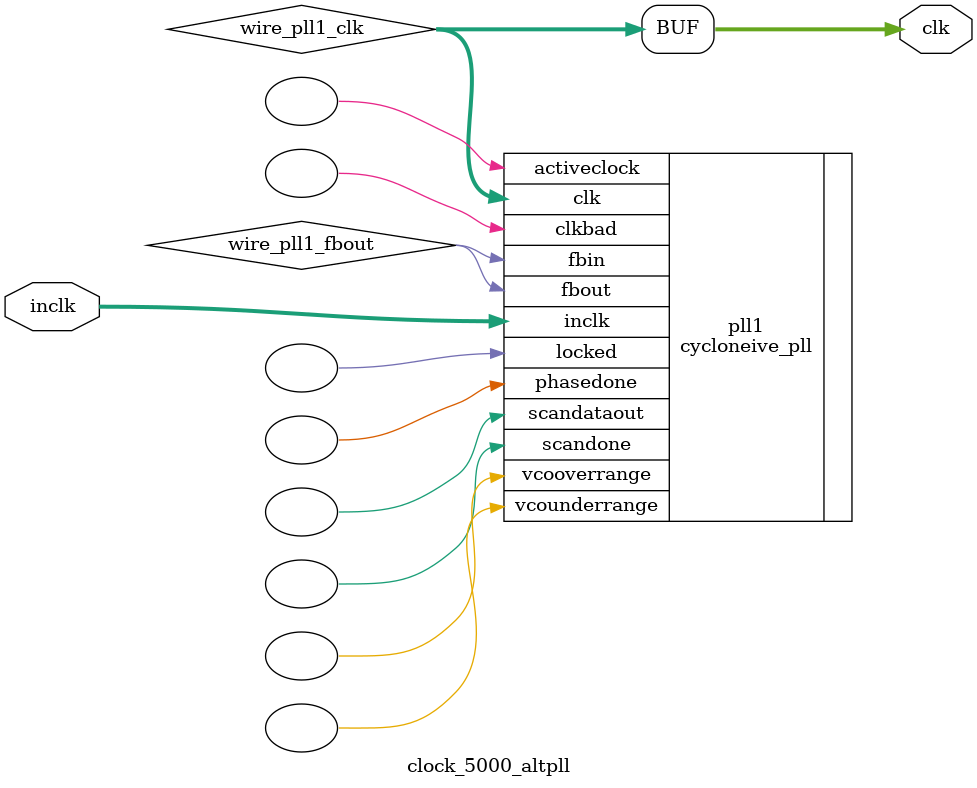
<source format=v>






//synthesis_resources = cycloneive_pll 1 
//synopsys translate_off
`timescale 1 ps / 1 ps
//synopsys translate_on
module  clock_5000_altpll
	( 
	clk,
	inclk) /* synthesis synthesis_clearbox=1 */;
	output   [4:0]  clk;
	input   [1:0]  inclk;
`ifndef ALTERA_RESERVED_QIS
// synopsys translate_off
`endif
	tri0   [1:0]  inclk;
`ifndef ALTERA_RESERVED_QIS
// synopsys translate_on
`endif

	wire  [4:0]   wire_pll1_clk;
	wire  wire_pll1_fbout;

	cycloneive_pll   pll1
	( 
	.activeclock(),
	.clk(wire_pll1_clk),
	.clkbad(),
	.fbin(wire_pll1_fbout),
	.fbout(wire_pll1_fbout),
	.inclk(inclk),
	.locked(),
	.phasedone(),
	.scandataout(),
	.scandone(),
	.vcooverrange(),
	.vcounderrange()
	`ifndef FORMAL_VERIFICATION
	// synopsys translate_off
	`endif
	,
	.areset(1'b0),
	.clkswitch(1'b0),
	.configupdate(1'b0),
	.pfdena(1'b1),
	.phasecounterselect({3{1'b0}}),
	.phasestep(1'b0),
	.phaseupdown(1'b0),
	.scanclk(1'b0),
	.scanclkena(1'b1),
	.scandata(1'b0)
	`ifndef FORMAL_VERIFICATION
	// synopsys translate_on
	`endif
	);
	defparam
		pll1.bandwidth_type = "high",
		pll1.clk0_divide_by = 5000,
		pll1.clk0_duty_cycle = 50,
		pll1.clk0_multiply_by = 1,
		pll1.clk0_phase_shift = "0",
		pll1.compensate_clock = "clk0",
		pll1.inclk0_input_frequency = 20000,
		pll1.operation_mode = "normal",
		pll1.pll_type = "auto",
		pll1.lpm_type = "cycloneive_pll";
	assign
		clk = {wire_pll1_clk[4:0]};
endmodule //clock_5000_altpll
//VALID FILE

</source>
